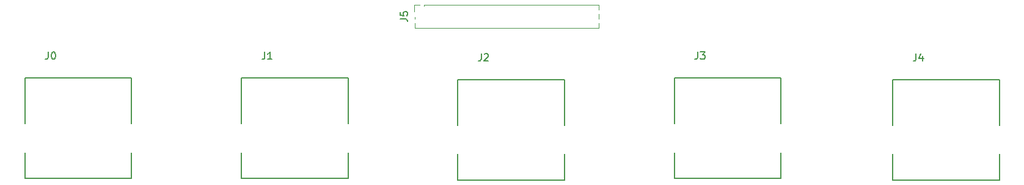
<source format=gbr>
G04 #@! TF.GenerationSoftware,KiCad,Pcbnew,(6.0.7-1)-1*
G04 #@! TF.CreationDate,2023-02-04T12:54:48-08:00*
G04 #@! TF.ProjectId,switcher-input-daughterboard,73776974-6368-4657-922d-696e7075742d,1*
G04 #@! TF.SameCoordinates,Original*
G04 #@! TF.FileFunction,Legend,Top*
G04 #@! TF.FilePolarity,Positive*
%FSLAX46Y46*%
G04 Gerber Fmt 4.6, Leading zero omitted, Abs format (unit mm)*
G04 Created by KiCad (PCBNEW (6.0.7-1)-1) date 2023-02-04 12:54:48*
%MOMM*%
%LPD*%
G01*
G04 APERTURE LIST*
%ADD10C,0.150000*%
%ADD11C,0.127000*%
%ADD12C,0.120000*%
%ADD13C,2.500000*%
%ADD14R,1.408000X1.408000*%
%ADD15C,1.408000*%
%ADD16O,2.730000X1.230000*%
%ADD17C,3.216000*%
%ADD18O,1.000000X1.000000*%
%ADD19R,1.000000X1.000000*%
G04 APERTURE END LIST*
D10*
X122841666Y-52117380D02*
X122841666Y-52831666D01*
X122794047Y-52974523D01*
X122698809Y-53069761D01*
X122555952Y-53117380D01*
X122460714Y-53117380D01*
X123508333Y-52117380D02*
X123603571Y-52117380D01*
X123698809Y-52165000D01*
X123746428Y-52212619D01*
X123794047Y-52307857D01*
X123841666Y-52498333D01*
X123841666Y-52736428D01*
X123794047Y-52926904D01*
X123746428Y-53022142D01*
X123698809Y-53069761D01*
X123603571Y-53117380D01*
X123508333Y-53117380D01*
X123413095Y-53069761D01*
X123365476Y-53022142D01*
X123317857Y-52926904D01*
X123270238Y-52736428D01*
X123270238Y-52498333D01*
X123317857Y-52307857D01*
X123365476Y-52212619D01*
X123413095Y-52165000D01*
X123508333Y-52117380D01*
X171617380Y-47498333D02*
X172331666Y-47498333D01*
X172474523Y-47545952D01*
X172569761Y-47641190D01*
X172617380Y-47784047D01*
X172617380Y-47879285D01*
X171617380Y-46545952D02*
X171617380Y-47022142D01*
X172093571Y-47069761D01*
X172045952Y-47022142D01*
X171998333Y-46926904D01*
X171998333Y-46688809D01*
X172045952Y-46593571D01*
X172093571Y-46545952D01*
X172188809Y-46498333D01*
X172426904Y-46498333D01*
X172522142Y-46545952D01*
X172569761Y-46593571D01*
X172617380Y-46688809D01*
X172617380Y-46926904D01*
X172569761Y-47022142D01*
X172522142Y-47069761D01*
X212841666Y-52117380D02*
X212841666Y-52831666D01*
X212794047Y-52974523D01*
X212698809Y-53069761D01*
X212555952Y-53117380D01*
X212460714Y-53117380D01*
X213222619Y-52117380D02*
X213841666Y-52117380D01*
X213508333Y-52498333D01*
X213651190Y-52498333D01*
X213746428Y-52545952D01*
X213794047Y-52593571D01*
X213841666Y-52688809D01*
X213841666Y-52926904D01*
X213794047Y-53022142D01*
X213746428Y-53069761D01*
X213651190Y-53117380D01*
X213365476Y-53117380D01*
X213270238Y-53069761D01*
X213222619Y-53022142D01*
X243091666Y-52367380D02*
X243091666Y-53081666D01*
X243044047Y-53224523D01*
X242948809Y-53319761D01*
X242805952Y-53367380D01*
X242710714Y-53367380D01*
X243996428Y-52700714D02*
X243996428Y-53367380D01*
X243758333Y-52319761D02*
X243520238Y-53034047D01*
X244139285Y-53034047D01*
X182841666Y-52367380D02*
X182841666Y-53081666D01*
X182794047Y-53224523D01*
X182698809Y-53319761D01*
X182555952Y-53367380D01*
X182460714Y-53367380D01*
X183270238Y-52462619D02*
X183317857Y-52415000D01*
X183413095Y-52367380D01*
X183651190Y-52367380D01*
X183746428Y-52415000D01*
X183794047Y-52462619D01*
X183841666Y-52557857D01*
X183841666Y-52653095D01*
X183794047Y-52795952D01*
X183222619Y-53367380D01*
X183841666Y-53367380D01*
X152841666Y-52117380D02*
X152841666Y-52831666D01*
X152794047Y-52974523D01*
X152698809Y-53069761D01*
X152555952Y-53117380D01*
X152460714Y-53117380D01*
X153841666Y-53117380D02*
X153270238Y-53117380D01*
X153555952Y-53117380D02*
X153555952Y-52117380D01*
X153460714Y-52260238D01*
X153365476Y-52355476D01*
X153270238Y-52403095D01*
D11*
X134400000Y-69700000D02*
X119600000Y-69700000D01*
X134400000Y-55700000D02*
X134400000Y-62100000D01*
X119600000Y-69700000D02*
X119600000Y-66100000D01*
X119600000Y-55700000D02*
X134400000Y-55700000D01*
X134400000Y-69700000D02*
X134400000Y-66100000D01*
X119600000Y-62100000D02*
X119600000Y-55700000D01*
D12*
X199125000Y-47492470D02*
X199125000Y-46837530D01*
X174935000Y-45770000D02*
X174935000Y-45580000D01*
X199125000Y-46222470D02*
X199125000Y-45580000D01*
X173540000Y-46530000D02*
X173540000Y-45580000D01*
X173605000Y-48750000D02*
X199125000Y-48750000D01*
X173605000Y-48750000D02*
X173605000Y-48107530D01*
X173605000Y-47492470D02*
X173605000Y-47290000D01*
X174935000Y-45580000D02*
X199125000Y-45580000D01*
X173540000Y-45580000D02*
X174300000Y-45580000D01*
X199125000Y-48750000D02*
X199125000Y-48107530D01*
D11*
X209600000Y-69700000D02*
X209600000Y-66100000D01*
X224400000Y-55700000D02*
X224400000Y-62100000D01*
X224400000Y-69700000D02*
X209600000Y-69700000D01*
X209600000Y-62100000D02*
X209600000Y-55700000D01*
X209600000Y-55700000D02*
X224400000Y-55700000D01*
X224400000Y-69700000D02*
X224400000Y-66100000D01*
X254650000Y-69950000D02*
X239850000Y-69950000D01*
X239850000Y-55950000D02*
X254650000Y-55950000D01*
X239850000Y-69950000D02*
X239850000Y-66350000D01*
X239850000Y-62350000D02*
X239850000Y-55950000D01*
X254650000Y-55950000D02*
X254650000Y-62350000D01*
X254650000Y-69950000D02*
X254650000Y-66350000D01*
X194400000Y-55950000D02*
X194400000Y-62350000D01*
X194400000Y-69950000D02*
X194400000Y-66350000D01*
X179600000Y-69950000D02*
X179600000Y-66350000D01*
X179600000Y-55950000D02*
X194400000Y-55950000D01*
X194400000Y-69950000D02*
X179600000Y-69950000D01*
X179600000Y-62350000D02*
X179600000Y-55950000D01*
X149600000Y-62100000D02*
X149600000Y-55700000D01*
X164400000Y-69700000D02*
X149600000Y-69700000D01*
X149600000Y-69700000D02*
X149600000Y-66100000D01*
X164400000Y-69700000D02*
X164400000Y-66100000D01*
X164400000Y-55700000D02*
X164400000Y-62100000D01*
X149600000Y-55700000D02*
X164400000Y-55700000D01*
%LPC*%
D13*
X260000000Y-43250000D03*
X260000000Y-60000000D03*
X114250000Y-60000000D03*
X114250000Y-43000000D03*
D14*
X128300000Y-61200000D03*
D15*
X126300000Y-61200000D03*
X131000000Y-61200000D03*
X129000000Y-58700000D03*
X127000000Y-58700000D03*
X123000000Y-61200000D03*
X131000000Y-58700000D03*
X125000000Y-58700000D03*
X123000000Y-58700000D03*
D16*
X127000000Y-65000000D03*
D17*
X119750000Y-64100000D03*
X134250000Y-64100000D03*
D18*
X174300000Y-47800000D03*
X175570000Y-47800000D03*
X176840000Y-47800000D03*
X178110000Y-47800000D03*
X179380000Y-47800000D03*
X180650000Y-47800000D03*
X181920000Y-47800000D03*
X183190000Y-47800000D03*
X184460000Y-47800000D03*
X185730000Y-47800000D03*
X187000000Y-47800000D03*
X188270000Y-47800000D03*
X189540000Y-47800000D03*
X190810000Y-47800000D03*
X192080000Y-47800000D03*
X193350000Y-47800000D03*
X194620000Y-47800000D03*
X195890000Y-47800000D03*
X197160000Y-47800000D03*
X198430000Y-47800000D03*
X198430000Y-46530000D03*
X197160000Y-46530000D03*
X195890000Y-46530000D03*
X194620000Y-46530000D03*
X193350000Y-46530000D03*
X192080000Y-46530000D03*
X190810000Y-46530000D03*
X189540000Y-46530000D03*
X188270000Y-46530000D03*
X187000000Y-46530000D03*
X185730000Y-46530000D03*
X184460000Y-46530000D03*
X183190000Y-46530000D03*
X181920000Y-46530000D03*
X180650000Y-46530000D03*
X179380000Y-46530000D03*
X178110000Y-46530000D03*
X176840000Y-46530000D03*
X175570000Y-46530000D03*
D19*
X174300000Y-46530000D03*
D17*
X224250000Y-64100000D03*
X209750000Y-64100000D03*
D16*
X217000000Y-65000000D03*
D15*
X213000000Y-58700000D03*
X215000000Y-58700000D03*
X221000000Y-58700000D03*
X213000000Y-61200000D03*
X217000000Y-58700000D03*
X219000000Y-58700000D03*
X221000000Y-61200000D03*
X216300000Y-61200000D03*
D14*
X218300000Y-61200000D03*
X248550000Y-61450000D03*
D15*
X246550000Y-61450000D03*
X251250000Y-61450000D03*
X249250000Y-58950000D03*
X247250000Y-58950000D03*
X243250000Y-61450000D03*
X251250000Y-58950000D03*
X245250000Y-58950000D03*
X243250000Y-58950000D03*
D16*
X247250000Y-65250000D03*
D17*
X240000000Y-64350000D03*
X254500000Y-64350000D03*
D14*
X188300000Y-61450000D03*
D15*
X186300000Y-61450000D03*
X191000000Y-61450000D03*
X189000000Y-58950000D03*
X187000000Y-58950000D03*
X183000000Y-61450000D03*
X191000000Y-58950000D03*
X185000000Y-58950000D03*
X183000000Y-58950000D03*
D16*
X187000000Y-65250000D03*
D17*
X179750000Y-64350000D03*
X194250000Y-64350000D03*
D14*
X158300000Y-61200000D03*
D15*
X156300000Y-61200000D03*
X161000000Y-61200000D03*
X159000000Y-58700000D03*
X157000000Y-58700000D03*
X153000000Y-61200000D03*
X161000000Y-58700000D03*
X155000000Y-58700000D03*
X153000000Y-58700000D03*
D16*
X157000000Y-65000000D03*
D17*
X149750000Y-64100000D03*
X164250000Y-64100000D03*
M02*

</source>
